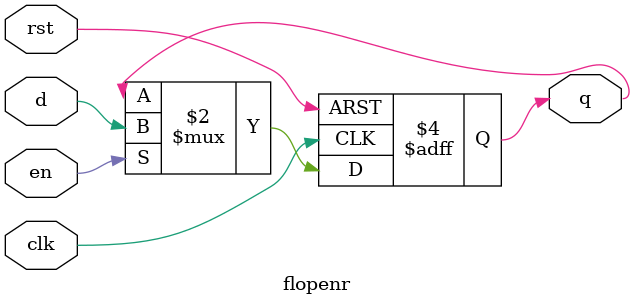
<source format=sv>
module flopenr(
	input logic clk, en, rst, d,
	output logic q
);

	always_ff @(posedge clk, posedge rst) begin
		if(rst) q <= 1'b0;
		else if (en) q <= d;
	end

endmodule
</source>
